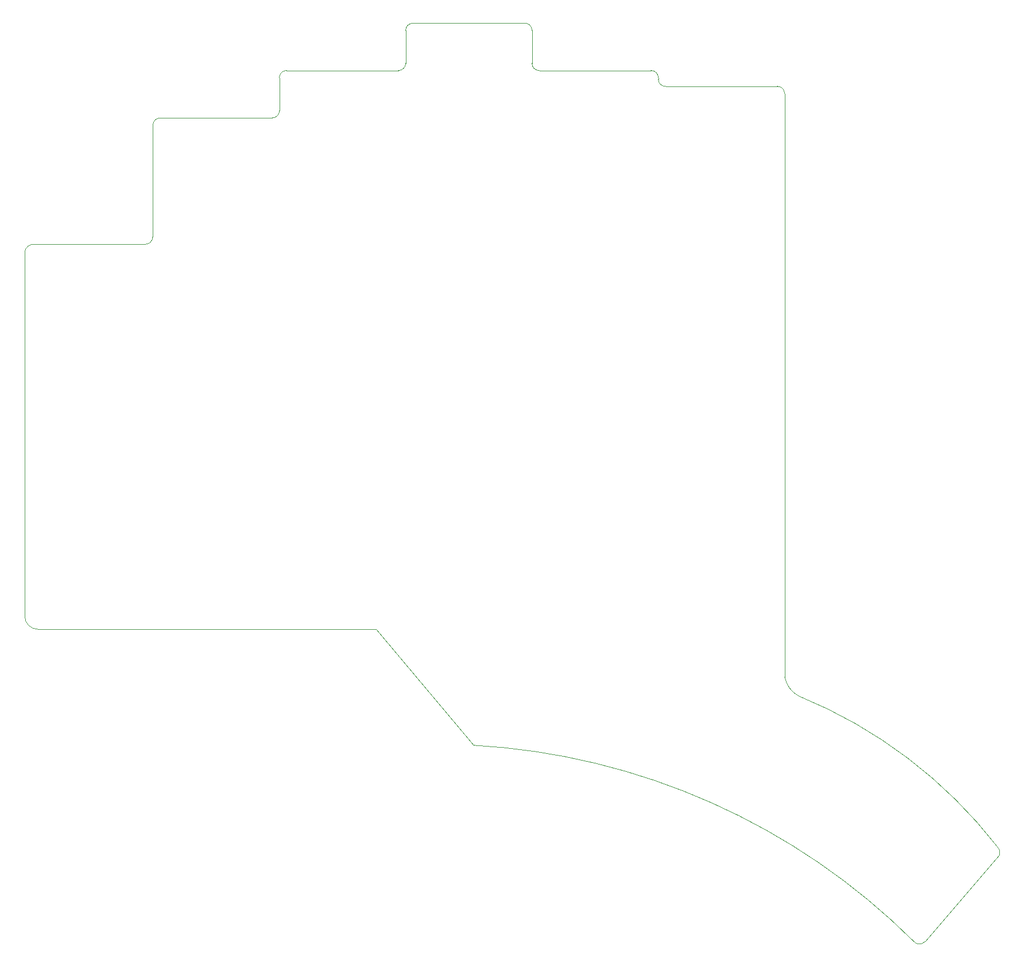
<source format=gbr>
%TF.GenerationSoftware,KiCad,Pcbnew,(6.0.5)*%
%TF.CreationDate,2022-07-25T14:14:25-03:00*%
%TF.ProjectId,bluejay_plate,626c7565-6a61-4795-9f70-6c6174652e6b,rev?*%
%TF.SameCoordinates,Original*%
%TF.FileFunction,Profile,NP*%
%FSLAX46Y46*%
G04 Gerber Fmt 4.6, Leading zero omitted, Abs format (unit mm)*
G04 Created by KiCad (PCBNEW (6.0.5)) date 2022-07-25 14:14:25*
%MOMM*%
%LPD*%
G01*
G04 APERTURE LIST*
%TA.AperFunction,Profile*%
%ADD10C,0.100000*%
%TD*%
G04 APERTURE END LIST*
D10*
X-46545111Y47629254D02*
G75*
G03*
X-47635111Y46519254I10000J-1100000D01*
G01*
X-84655111Y21429254D02*
G75*
G03*
X-86024883Y20320000I12939J-1416342D01*
G01*
X10630746Y45224889D02*
X27480000Y45250000D01*
X-84655111Y21429254D02*
X-67814889Y21420746D01*
X60981200Y-70656300D02*
X49781200Y-83726300D01*
X-47620000Y46519254D02*
X-47614889Y41580746D01*
X-9530197Y53664034D02*
G75*
G03*
X-10620197Y54774034I-1082214J27466D01*
G01*
X-28575111Y53659254D02*
X-28570000Y48730000D01*
X-10620197Y54790000D02*
X-27485111Y54790000D01*
X-65595111Y40490000D02*
X-48704889Y40470746D01*
X-46560000Y47629254D02*
X-29660000Y47620000D01*
X9528450Y46515422D02*
X9520746Y46314889D01*
X-9500000Y53664034D02*
X-9529254Y48704889D01*
X48011200Y-83696300D02*
G75*
G03*
X-18268800Y-54156300I-72005349J-72433634D01*
G01*
X28570000Y44150000D02*
X28600000Y-43850000D01*
X60987513Y-70653016D02*
G75*
G03*
X60640000Y-69440000I-1048813J355816D01*
G01*
X28569979Y44140001D02*
G75*
G03*
X27480000Y45250000I-1082179J27499D01*
G01*
X-86025519Y-34636300D02*
G75*
G03*
X-84025520Y-36663017I2020425J-6385D01*
G01*
X-86024883Y20320000D02*
X-86025519Y-34636300D01*
X-66685111Y39400000D02*
X-66724889Y22520000D01*
X-84025520Y-36663017D02*
X-33018800Y-36656300D01*
X9520749Y46314889D02*
G75*
G03*
X10630746Y45224889I1100001J10001D01*
G01*
X-9529254Y48704889D02*
G75*
G03*
X-8419254Y47614889I1100000J10000D01*
G01*
X-48704889Y40470746D02*
G75*
G03*
X-47614889Y41580746I-10000J1100000D01*
G01*
X-33018800Y-36656300D02*
X-18268800Y-54156300D01*
X60640002Y-69439999D02*
G75*
G03*
X30690000Y-46720000I-57315632J-44454351D01*
G01*
X-8419254Y47614889D02*
X8450000Y47625422D01*
X-67814889Y21420746D02*
G75*
G03*
X-66724889Y22530746I-10000J1100000D01*
G01*
X-29660000Y47620000D02*
G75*
G03*
X-28570000Y48730000I-10000J1100000D01*
G01*
X28599947Y-43850010D02*
G75*
G03*
X30690000Y-46720000I4025353J735410D01*
G01*
X-27485111Y54769254D02*
G75*
G03*
X-28575111Y53659254I10000J-1100000D01*
G01*
X48011185Y-83696311D02*
G75*
G03*
X49781200Y-83726300I896515J664211D01*
G01*
X-65595111Y40479254D02*
G75*
G03*
X-66685111Y39369254I10000J-1100000D01*
G01*
X9528451Y46515422D02*
G75*
G03*
X8438450Y47625422I-1082211J27468D01*
G01*
M02*

</source>
